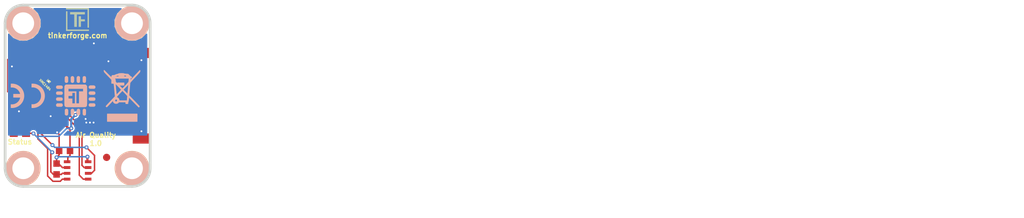
<source format=kicad_pcb>
(kicad_pcb (version 20211014) (generator pcbnew)
  (title_block (title "VOC Bricklet") (date "2017-11-13") (rev "1.0") (company "Tinkerforge GmbH") (comment 1 "Licensed under CERN OHL v.1.1") (comment 2 "Copyright (©) 2017, L.Lauer <lukas@tinkerforge.com>"))
  (layers (0 "F.Cu" signal) (31 "B.Cu" signal) (34 "B.Paste" user) (35 "F.Paste" user) (36 "B.SilkS" user "B.Silkscreen") (37 "F.SilkS" user "F.Silkscreen") (38 "B.Mask" user) (39 "F.Mask" user) (44 "Edge.Cuts" user))
  (net 0 "")
  (net 1 "GND")
  (net 2 "VCC")
  (net 3 "Net-(D101-Pad2)")
  (net 4 "Net-(P101-Pad4)")
  (net 5 "Net-(P101-Pad5)")
  (net 6 "Net-(P101-Pad6)")
  (net 7 "Net-(C102-Pad2)")
  (net 8 "Net-(R101-Pad1)")
  (net 9 "S-MISO")
  (net 10 "S-CS")
  (net 11 "S-CLK")
  (net 12 "S-MOSI")
  (net 13 "Net-(P102-Pad1)")
  (net 14 "Net-(P103-Pad2)")
  (net 15 "M-CS")
  (net 16 "M-MOSI")
  (net 17 "M-CLK")
  (net 18 "M-MISO")
  (net 19 "+5V")
  (net 20 "Net-(U2-Pad1)")
  (net 21 "Net-(U2-Pad2)")
  (net 22 "Net-(U2-Pad4)")
  (net 23 "Net-(U2-Pad5)")
  (net 24 "Net-(U2-Pad6)")
  (net 25 "Net-(U2-Pad8)")
  (net 26 "Net-(U2-Pad9)")
  (net 27 "Net-(U2-Pad10)")
  (net 28 "Net-(U2-Pad11)")
  (net 29 "Net-(U2-Pad12)")
  (net 30 "Net-(U2-Pad14)")
  (net 31 "Net-(U2-Pad15)")
  (net 32 "Net-(U2-Pad16)")
  (net 33 "Net-(U2-Pad20)")
  (net 34 "Net-(U2-Pad21)")
  (net 35 "Net-(U2-Pad22)")
  (net 36 "Net-(U2-Pad23)")
  (net 37 "Net-(U2-Pad24)")
  (net 38 "Net-(U2-Pad25)")
  (net 39 "Net-(U2-Pad26)")
  (net 40 "Net-(U2-Pad28)")
  (net 41 "Net-(U2-Pad29)")
  (net 42 "Net-(U2-Pad30)")
  (net 43 "Net-(U2-Pad31)")
  (net 44 "Net-(U2-Pad32)")
  (net 45 "Net-(U2-Pad34)")
  (net 46 "Net-(U2-Pad41)")
  (net 47 "Net-(U2-Pad42)")
  (net 48 "Net-(U2-Pad43)")
  (net 49 "Net-(U2-Pad47)")
  (net 50 "Net-(U2-Pad48)")
  (footprint "kicad-libraries:Logo_31x31" (layer "F.Cu") (at 143.5 128.9)
    (fp_text reference "G***" hide)
    (fp_text value "Logo_31x31" hide)
  )
  (footprint "kicad-libraries:DEBUG_PAD" (layer "F.Cu") (at 143.62 133.93 -90)
    (fp_text reference "P102")
    (fp_text value "DEBUG")
    (pad "1" smd circle locked (at 0 0 270) (size 0.7 0.7) (layers "F.Cu" "F.Paste" "F.Mask") (net 13 "Net-(P102-Pad1)"))
  )
  (footprint "kicad-libraries:SolderJumper" (layer "F.Cu") (at 146.6 134.53 -135)
    (fp_text reference "P103")
    (fp_text value "BOOT")
    (pad "1" smd rect locked (at -0.225 -0.55 225) (size 0.95 0.3) (layers "F.Cu" "F.Mask") (net 1 "GND"))
    (pad "1" smd rect locked (at -0.225 0.55 225) (size 0.95 0.3) (layers "F.Cu" "F.Mask") (net 1 "GND"))
    (pad "1" smd rect locked (at -0.499999 0 225) (size 0.4 1.4) (layers "F.Cu" "F.Mask") (net 1 "GND"))
    (pad "2" smd rect locked (at 0.15 0 225) (size 0.6 0.5) (layers "F.Cu" "F.Mask") (net 14 "Net-(P103-Pad2)"))
    (pad "2" smd rect locked (at 0.55 0 225) (size 0.3 1.4) (layers "F.Cu" "F.Mask") (net 14 "Net-(P103-Pad2)"))
  )
  (footprint "kicad-libraries:Fiducial_Mark" (layer "F.Cu") (at 149.1 149.5)
    (fp_text reference "Fiducial_Mark" hide)
    (fp_text value "VAL**" hide)
    (pad "1" smd circle locked (at 0 0) (size 1.00076 1.00076) (layers "F.Cu" "F.Paste" "F.Mask") (clearance 0.65024))
  )
  (footprint "kicad-libraries:Fiducial_Mark" (layer "F.Cu") (at 153.6 137.5)
    (fp_text reference "Fiducial_Mark" hide)
    (fp_text value "VAL**" hide)
    (pad "1" smd circle locked (at 0 0) (size 1.00076 1.00076) (layers "F.Cu" "F.Paste" "F.Mask") (clearance 0.65024))
  )
  (footprint "kicad-libraries:BME680" (layer "F.Cu") (at 145.1 151.3 -90)
    (fp_text reference "U1")
    (fp_text value "BME680")
    (pad "1" smd rect locked (at -1.2 -1.45 270) (size 0.4 0.9) (layers "F.Cu" "F.Paste" "F.Mask") (net 1 "GND"))
    (pad "2" smd rect locked (at -0.4 -1.45 270) (size 0.4 0.9) (layers "F.Cu" "F.Paste" "F.Mask") (net 15 "M-CS"))
    (pad "3" smd rect locked (at 0.4 -1.45 270) (size 0.4 0.9) (layers "F.Cu" "F.Paste" "F.Mask") (net 16 "M-MOSI"))
    (pad "4" smd rect locked (at 1.2 -1.45 270) (size 0.4 0.9) (layers "F.Cu" "F.Paste" "F.Mask") (net 17 "M-CLK"))
    (pad "5" smd rect locked (at 1.2 1.45 270) (size 0.4 0.9) (layers "F.Cu" "F.Paste" "F.Mask") (net 18 "M-MISO"))
    (pad "6" smd rect locked (at 0.4 1.45 270) (size 0.4 0.9) (layers "F.Cu" "F.Paste" "F.Mask") (net 2 "VCC"))
    (pad "7" smd rect locked (at -0.4 1.45 270) (size 0.4 0.9) (layers "F.Cu" "F.Paste" "F.Mask") (net 1 "GND"))
    (pad "8" smd rect locked (at -1.2 1.45 270) (size 0.4 0.9) (layers "F.Cu" "F.Paste" "F.Mask") (net 2 "VCC"))
  )
  (footprint "kicad-libraries:QFN48-EP2" (layer "F.Cu") (at 141.1 139 135)
    (fp_text reference "U2" (at 0 0 135) (layer "F.SilkS") (effects (font (size 0.29972 0.29972) (thickness 0.0762))))
    (fp_text value "XMC1404" (at 0 -0.7 135) (layer "F.SilkS") (effects (font (size 0.29972 0.29972) (thickness 0.07493))))
    (pad "1" smd rect locked (at -2.74828 3.61188 315) (size 0.29972 1.14808) (layers "F.Cu" "F.Paste" "F.Mask") (net 20 "Net-(U2-Pad1)"))
    (pad "2" smd rect locked (at -2.2479 3.61188 315) (size 0.29972 1.14808) (layers "F.Cu" "F.Paste" "F.Mask") (net 21 "Net-(U2-Pad2)"))
    (pad "3" smd rect locked (at -1.74752 3.61188 315) (size 0.29972 1.14808) (layers "F.Cu" "F.Paste" "F.Mask") (net 9 "S-MISO"))
    (pad "4" smd rect locked (at -1.24968 3.61188 315) (size 0.29972 1.14808) (layers "F.Cu" "F.Paste" "F.Mask") (net 22 "Net-(U2-Pad4)"))
    (pad "5" smd rect locked (at -0.7493 3.61188 315) (size 0.29972 1.14808) (layers "F.Cu" "F.Paste" "F.Mask") (net 23 "Net-(U2-Pad5)"))
    (pad "6" smd rect locked (at -0.24892 3.61188 315) (size 0.29972 1.14808) (layers "F.Cu" "F.Paste" "F.Mask") (net 24 "Net-(U2-Pad6)"))
    (pad "7" smd rect locked (at 0.24892 3.61188 315) (size 0.29972 1.14808) (layers "F.Cu" "F.Paste" "F.Mask") (net 14 "Net-(P103-Pad2)"))
    (pad "8" smd rect locked (at 0.7493 3.61188 315) (size 0.29972 1.14808) (layers "F.Cu" "F.Paste" "F.Mask") (net 25 "Net-(U2-Pad8)"))
    (pad "9" smd rect locked (at 1.24968 3.61188 315) (size 0.29972 1.14808) (layers "F.Cu" "F.Paste" "F.Mask") (net 26 "Net-(U2-Pad9)"))
    (pad "10" smd rect locked (at 1.74752 3.61188 315) (size 0.29972 1.14808) (layers "F.Cu" "F.Paste" "F.Mask") (net 27 "Net-(U2-Pad10)"))
    (pad "11" smd rect locked (at 2.2479 3.61188 315) (size 0.29972 1.14808) (layers "F.Cu" "F.Paste" "F.Mask") (net 28 "Net-(U2-Pad11)"))
    (pad "12" smd rect locked (at 2.74828 3.61188 315) (size 0.29972 1.14808) (layers "F.Cu" "F.Paste" "F.Mask") (net 29 "Net-(U2-Pad12)"))
    (pad "13" smd rect locked (at 3.61188 2.74828 45) (size 0.29972 1.14808) (layers "F.Cu" "F.Paste" "F.Mask") (net 13 "Net-(P102-Pad1)"))
    (pad "14" smd rect locked (at 3.61188 2.2479 45) (size 0.29972 1.14808) (layers "F.Cu" "F.Paste" "F.Mask") (net 30 "Net-(U2-Pad14)"))
    (pad "15" smd rect locked (at 3.61188 1.74752 45) (size 0.29972 1.14808) (layers "F.Cu" "F.Paste" "F.Mask") (net 31 "Net-(U2-Pad15)"))
    (pad "16" smd rect locked (at 3.61188 1.24968 45) (size 0.29972 1.14808) (layers "F.Cu" "F.Paste" "F.Mask") (net 32 "Net-(U2-Pad16)"))
    (pad "17" smd rect locked (at 3.61188 0.7493 45) (size 0.29972 1.14808) (layers "F.Cu" "F.Paste" "F.Mask") (net 1 "GND"))
    (pad "18" smd rect locked (at 3.61188 0.24892 45) (size 0.29972 1.14808) (layers "F.Cu" "F.Paste" "F.Mask") (net 2 "VCC"))
    (pad "19" smd rect locked (at 3.61188 -0.24892 45) (size 0.29972 1.14808) (layers "F.Cu" "F.Paste" "F.Mask") (net 2 "VCC"))
    (pad "20" smd rect locked (at 3.61188 -0.7493 45) (size 0.29972 1.14808) (layers "F.Cu" "F.Paste" "F.Mask") (net 33 "Net-(U2-Pad20)"))
    (pad "21" smd rect locked (at 3.61188 -1.24968 45) (size 0.29972 1.14808) (layers "F.Cu" "F.Paste" "F.Mask") (net 34 "Net-(U2-Pad21)"))
    (pad "22" smd rect locked (at 3.61188 -1.74752 45) (size 0.29972 1.14808) (layers "F.Cu" "F.Paste" "F.Mask") (net 35 "Net-(U2-Pad22)"))
    (pad "23" smd rect locked (at 3.61188 -2.2479 45) (size 0.29972 1.14808) (layers "F.Cu" "F.Paste" "F.Mask") (net 36 "Net-(U2-Pad23)"))
    (pad "24" smd rect locked (at 3.61188 -2.74828 45) (size 0.29972 1.14808) (layers "F.Cu" "F.Paste" "F.Mask") (net 37 "Net-(U2-Pad24)"))
    (pad "25" smd rect locked (at 2.74828 -3.61188 135) (size 0.29972 1.14808) (layers "F.Cu" "F.Paste" "F.Mask") (net 38 "Net-(U2-Pad25)"))
    (pad "26" smd rect locked (at 2.2479 -3.61188 135) (size 0.29972 1.14808) (layers "F.Cu" "F.Paste" "F.Mask") (net 39 "Net-(U2-Pad26)"))
    (pad "27" smd rect locked (at 1.74752 -3.61188 135) (size 0.29972 1.14808) (layers "F.Cu" "F.Paste" "F.Mask") (net 2 "VCC"))
    (pad "28" smd rect locked (at 1.24968 -3.61188 135) (size 0.29972 1.14808) (layers "F.Cu" "F.Paste" "F.Mask") (net 40 "Net-(U2-Pad28)"))
    (pad "29" smd rect locked (at 0.7493 -3.61188 135) (size 0.29972 1.14808) (layers "F.Cu" "F.Paste" "F.Mask") (net 41 "Net-(U2-Pad29)"))
    (pad "30" smd rect locked (at 0.24892 -3.61188 135) (size 0.29972 1.14808) (layers "F.Cu" "F.Paste" "F.Mask") (net 42 "Net-(U2-Pad30)"))
    (pad "31" smd rect locked (at -0.24892 -3.61188 135) (size 0.29972 1.14808) (layers "F.Cu" "F.Paste" "F.Mask") (net 43 "Net-(U2-Pad31)"))
    (pad "32" smd rect locked (at -0.7493 -3.61188 135) (size 0.29972 1.14808) (layers "F.Cu" "F.Paste" "F.Mask") (net 44 "Net-(U2-Pad32)"))
    (pad "33" smd rect locked (at -1.24968 -3.61188 135) (size 0.29972 1.14808) (layers "F.Cu" "F.Paste" "F.Mask") (net 8 "Net-(R101-Pad1)"))
    (pad "34" smd rect locked (at -1.74752 -3.61188 135) (size 0.29972 1.14808) (layers "F.Cu" "F.Paste" "F.Mask") (net 45 "Net-(U2-Pad34)"))
    (pad "35" smd rect locked (at -2.2479 -3.61188 135) (size 0.29972 1.14808) (layers "F.Cu" "F.Paste" "F.Mask") (net 18 "M-MISO"))
    (pad "36" smd rect locked (at -2.74828 -3.61188 135) (size 0.29972 1.14808) (layers "F.Cu" "F.Paste" "F.Mask") (net 16 "M-MOSI"))
    (pad "37" smd rect locked (at -3.60934 -2.74828 225) (size 0.29972 1.15062) (layers "F.Cu" "F.Paste" "F.Mask") (net 1 "GND"))
    (pad "38" smd rect locked (at -3.61188 -2.2479 225) (size 0.29972 1.14808) (layers "F.Cu" "F.Paste" "F.Mask") (net 2 "VCC"))
    (pad "39" smd rect locked (at -3.61188 -1.74752 225) (size 0.29972 1.14808) (layers "F.Cu" "F.Paste" "F.Mask") (net 17 "M-CLK"))
    (pad "40" smd rect locked (at -3.61188 -1.24968 225) (size 0.29972 1.14808) (layers "F.Cu" "F.Paste" "F.Mask") (net 15 "M-CS"))
    (pad "41" smd rect locked (at -3.61188 -0.7493 225) (size 0.29972 1.14808) (layers "F.Cu" "F.Paste" "F.Mask") (net 46 "Net-(U2-Pad41)"))
    (pad "42" smd rect locked (at -3.61188 -0.24892 225) (size 0.29972 1.14808) (layers "F.Cu" "F.Paste" "F.Mask") (net 47 "Net-(U2-Pad42)"))
    (pad "43" smd rect locked (at -3.61188 0.24892 225) (size 0.29972 1.14808) (layers "F.Cu" "F.Paste" "F.Mask") (net 48 "Net-(U2-Pad43)"))
    (pad "44" smd rect locked (at -3.61188 0.7493 225) (size 0.29972 1.14808) (layers "F.Cu" "F.Paste" "F.Mask") (net 10 "S-CS"))
    (pad "45" smd rect locked (at -3.61188 1.24968 225) (size 0.29972 1.14808) (layers "F.Cu" "F.Paste" "F.Mask") (net 11 "S-CLK"))
    (pad "46" smd rect locked (at -3.61188 1.74752 225) (size 0.29972 1.14808) (layers "F.Cu" "F.Paste" "F.Mask") (net 12 "S-MOSI"))
    (pad "47" smd rect locked (at -3.61188 2.2479 225) (size 0.29972 1.14808) (layers "F.Cu" "F.Paste" "F.Mask") (net 49 "Net-(U2-Pad47)"))
    (pad "48" smd rect locked (at -3.61188 2.74828 225) (size 0.29972 1.14808) (layers "F.Cu" "F.Paste" "F.Mask") (net 50 "Net-(U2-Pad48)"))
    (pad "EP" smd rect locked (at 0 0 135) (size 3.5 3.5) (layers "F.Cu" "F.Paste" "F.Mask") (net 1 "GND"))
  )
  (footprint "kicad-libraries:C0603F" (layer "F.Cu") (at 142.2 151.1 90)
    (fp_text reference "C1")
    (fp_text value "100nF")
    (pad "1" smd rect locked (at -0.75 0 90) (size 0.9 0.9) (layers "F.Cu" "F.Paste" "F.Mask") (net 2 "VCC"))
    (pad "2" smd rect locked (at 0.75 0 90) (size 0.9 0.9) (layers "F.Cu" "F.Paste" "F.Mask") (net 1 "GND"))
  )
  (footprint "kicad-libraries:C0603F" (layer "F.Cu") (at 137 142.1 -45)
    (fp_text reference "C2")
    (fp_text value "100nF")
    (pad "1" smd rect locked (at -0.75 0 315) (size 0.9 0.9) (layers "F.Cu" "F.Paste" "F.Mask") (net 2 "VCC"))
    (pad "2" smd rect locked (at 0.75 0 315) (size 0.9 0.9) (layers "F.Cu" "F.Paste" "F.Mask") (net 1 "GND"))
  )
  (footprint "kicad-libraries:C0603F" (layer "F.Cu") (at 137.1 135.9 -135)
    (fp_text reference "C3")
    (fp_text value "100nF")
    (pad "1" smd rect locked (at -0.75 0 225) (size 0.9 0.9) (layers "F.Cu" "F.Paste" "F.Mask") (net 2 "VCC"))
    (pad "2" smd rect locked (at 0.75 0 225) (size 0.9 0.9) (layers "F.Cu" "F.Paste" "F.Mask") (net 1 "GND"))
  )
  (footprint "kicad-libraries:C0805" (layer "F.Cu") (at 148.5 143.4 90)
    (fp_text reference "C101")
    (fp_text value "10uF")
    (pad "1" smd rect locked (at -1.00076 0 90) (size 1.00076 1.24968) (layers "F.Cu" "F.Paste" "F.Mask") (net 1 "GND") (clearance 0.14986))
    (pad "2" smd rect locked (at 1.00076 0 90) (size 1.00076 1.24968) (layers "F.Cu" "F.Paste" "F.Mask") (net 2 "VCC") (clearance 0.14986))
  )
  (footprint "kicad-libraries:C0402F" (layer "F.Cu") (at 148.7 136.75 -90)
    (fp_text reference "C102")
    (fp_text value "220pF")
    (pad "1" smd rect locked (at -0.5 0 270) (size 0.6 0.7) (layers "F.Cu" "F.Paste" "F.Mask") (net 1 "GND"))
    (pad "2" smd rect locked (at 0.5 0 270) (size 0.6 0.7) (layers "F.Cu" "F.Paste" "F.Mask") (net 7 "Net-(C102-Pad2)"))
  )
  (footprint "kicad-libraries:C0603F" (layer "F.Cu") (at 147 143.2 90)
    (fp_text reference "C103")
    (fp_text value "1uF")
    (pad "1" smd rect locked (at -0.75 0 90) (size 0.9 0.9) (layers "F.Cu" "F.Paste" "F.Mask") (net 1 "GND"))
    (pad "2" smd rect locked (at 0.75 0 90) (size 0.9 0.9) (layers "F.Cu" "F.Paste" "F.Mask") (net 2 "VCC"))
  )
  (footprint "kicad-libraries:C0603F" (layer "F.Cu") (at 142.27 144.98 -135)
    (fp_text reference "C104")
    (fp_text value "100nF")
    (pad "1" smd rect locked (at -0.75 0 225) (size 0.9 0.9) (layers "F.Cu" "F.Paste" "F.Mask") (net 2 "VCC"))
    (pad "2" smd rect locked (at 0.75 0 225) (size 0.9 0.9) (layers "F.Cu" "F.Paste" "F.Mask") (net 1 "GND"))
  )
  (footprint "kicad-libraries:C0603F" (layer "F.Cu") (at 143.3 148.6 180)
    (fp_text reference "C105")
    (fp_text value "100nF")
    (pad "1" smd rect locked (at -0.75 0 180) (size 0.9 0.9) (layers "F.Cu" "F.Paste" "F.Mask") (net 2 "VCC"))
    (pad "2" smd rect locked (at 0.75 0 180) (size 0.9 0.9) (layers "F.Cu" "F.Paste" "F.Mask") (net 1 "GND"))
  )
  (footprint "kicad-libraries:D0603E" (layer "F.Cu") (at 137.14 146.18 180)
    (fp_text reference "D101")
    (fp_text value "blue")
    (pad "1" smd rect locked (at -0.8501 0 180) (size 1.1 1) (layers "F.Cu" "F.Paste" "F.Mask") (net 2 "VCC"))
    (pad "2" smd rect locked (at 0.8501 0 180) (size 1.1 1) (layers "F.Cu" "F.Paste" "F.Mask") (net 3 "Net-(D101-Pad2)"))
  )
  (footprint "kicad-libraries:CON-SENSOR2" (layer "F.Cu") (at 155.1 141 90)
    (fp_text reference "P101")
    (fp_text value "CON-SENSOR2")
    (pad "1" smd rect locked (at -3.75 -4.6 90) (size 0.6 1.8) (layers "F.Cu" "F.Paste" "F.Mask") (net 19 "+5V"))
    (pad "2" smd rect locked (at -2.5 -4.6 90) (size 0.6 1.8) (layers "F.Cu" "F.Paste" "F.Mask") (net 1 "GND"))
    (pad "3" smd rect locked (at -1.25 -4.6 90) (size 0.6 1.8) (layers "F.Cu" "F.Paste" "F.Mask") (net 2 "VCC"))
    (pad "4" smd rect locked (at 0 -4.6 90) (size 0.6 1.8) (layers "F.Cu" "F.Paste" "F.Mask") (net 4 "Net-(P101-Pad4)"))
    (pad "5" smd rect locked (at 1.25 -4.6 90) (size 0.6 1.8) (layers "F.Cu" "F.Paste" "F.Mask") (net 5 "Net-(P101-Pad5)"))
    (pad "6" smd rect locked (at 2.5 -4.6 90) (size 0.6 1.8) (layers "F.Cu" "F.Paste" "F.Mask") (net 6 "Net-(P101-Pad6)"))
    (pad "7" smd rect locked (at 3.75 -4.6 90) (size 0.6 1.8) (layers "F.Cu" "F.Paste" "F.Mask") (net 7 "Net-(C102-Pad2)"))
    (pad "EP" smd rect locked (at 5.9 -1.2 90) (size 1.4 2.4) (layers "F.Cu" "F.Paste" "F.Mask") (net 1 "GND"))
    (pad "EP" smd rect locked (at -5.9 -1.2 90) (size 1.4 2.4) (layers "F.Cu" "F.Paste" "F.Mask") (net 1 "GND"))
  )
  (footprint "kicad-libraries:R0603F" (layer "F.Cu") (at 137.14 144.83 180)
    (fp_text reference "R101")
    (fp_text value "1k")
    (pad "1" smd rect locked (at -0.75 0 180) (size 0.9 0.9) (layers "F.Cu" "F.Paste" "F.Mask") (net 8 "Net-(R101-Pad1)"))
    (pad "2" smd rect locked (at 0.75 0 180) (size 0.9 0.9) (layers "F.Cu" "F.Paste" "F.Mask") (net 3 "Net-(D101-Pad2)"))
  )
  (footprint "kicad-libraries:4X0402" (layer "F.Cu") (at 148.19 139.42 90)
    (fp_text reference "RP101")
    (fp_text value "82")
    (pad "1" smd rect locked (at -0.7493 0.575 270) (size 0.29972 0.65) (layers "F.Cu" "F.Paste" "F.Mask") (net 4 "Net-(P101-Pad4)"))
    (pad "2" smd rect locked (at -0.24892 0.575 270) (size 0.29972 0.65) (layers "F.Cu" "F.Paste" "F.Mask") (net 5 "Net-(P101-Pad5)"))
    (pad "3" smd rect locked (at 0.24892 0.575 270) (size 0.29972 0.65) (layers "F.Cu" "F.Paste" "F.Mask") (net 6 "Net-(P101-Pad6)"))
    (pad "4" smd rect locked (at 0.7493 0.575 270) (size 0.29972 0.65) (layers "F.Cu" "F.Paste" "F.Mask") (net 7 "Net-(C102-Pad2)"))
    (pad "5" smd rect locked (at 0.7493 -0.575 90) (size 0.29972 0.65) (layers "F.Cu" "F.Paste" "F.Mask") (net 9 "S-MISO"))
    (pad "6" smd rect locked (at 0.24892 -0.575 90) (size 0.29972 0.65) (layers "F.Cu" "F.Paste" "F.Mask") (net 12 "S-MOSI"))
    (pad "7" smd rect locked (at -0.24892 -0.575 90) (size 0.29972 0.65) (layers "F.Cu" "F.Paste" "F.Mask") (net 11 "S-CLK"))
    (pad "8" smd rect locked (at -0.7493 -0.575 90) (size 0.29972 0.65) (layers "F.Cu" "F.Paste" "F.Mask") (net 10 "S-CS"))
  )
  (footprint "kicad-libraries:DRILL_NP" (layer "F.Cu") (at 152.6 131)
    (fp_text reference "U103" hide)
    (fp_text value "DRILL" hide)
    (pad "" np_thru_hole circle locked (at 0 0) (size 2.99974 2.99974) (drill 2.99974) (layers *.Cu *.Mask "F.SilkS") (clearance 0.89916))
  )
  (footprint "kicad-libraries:DRILL_NP" (layer "F.Cu") (at 152.6 151)
    (fp_text reference "U104" hide)
    (fp_text value "DRILL" hide)
    (pad "" np_thru_hole circle locked (at 0 0) (size 2.99974 2.99974) (drill 2.99974) (layers *.Cu *.Mask "F.SilkS") (clearance 0.89916))
  )
  (footprint "kicad-libraries:DRILL_NP" (layer "F.Cu") (at 137.6 131)
    (fp_text reference "U105" hide)
    (fp_text value "DRILL" hide)
    (pad "" np_thru_hole circle locked (at 0 0) (size 2.99974 2.99974) (drill 2.99974) (layers *.Cu *.Mask "F.SilkS") (clearance 0.89916))
  )
  (footprint "kicad-libraries:DRILL_NP" (layer "F.Cu") (at 137.6 151)
    (fp_text reference "U106" hide)
    (fp_text value "DRILL" hide)
    (pad "" np_thru_hole circle locked (at 0 0) (size 2.99974 2.99974) (drill 2.99974) (layers *.Cu *.Mask "F.SilkS") (clearance 0.89916))
  )
  (footprint "kicad-libraries:Logo_CoMCU" (layer "B.Cu") (at 144.84 141.01 180)
    (fp_text reference "G***" hide)
    (fp_text value "LOGO" hide)
  )
  (footprint "kicad-libraries:WEEE_7mm" (layer "B.Cu") (at 151.24 141.01 180)
    (fp_text reference "G***" hide)
    (fp_text value "LOGO" hide)
  )
  (footprint "kicad-libraries:CE_5mm" (layer "B.Cu") (at 138.19 141.01 180)
    (fp_text reference "VAL" hide)
    (fp_text value "CE_5mm" hide)
  )
  (gr_arc (start 135.1 131) (mid 135.832233 129.232233) (end 137.6 128.5) (layer "Edge.Cuts") (width 0.381))
  (gr_arc (start 155.1 151) (mid 154.367767 152.767767) (end 152.6 153.5) (layer "Edge.Cuts") (width 0.381))
  (gr_line (start 137.6 128.5) (end 152.6 128.5) (layer "Edge.Cuts") (width 0.381))
  (gr_arc (start 152.6 128.5) (mid 154.367767 129.232233) (end 155.1 131) (layer "Edge.Cuts") (width 0.381))
  (gr_line (start 137.6 153.5) (end 152.6 153.5) (layer "Edge.Cuts") (width 0.381))
  (gr_arc (start 137.6 153.5) (mid 135.832233 152.767767) (end 135.1 151) (layer "Edge.Cuts") (width 0.381))
  (gr_line (start 155.1 151) (end 155.1 131) (layer "Edge.Cuts") (width 0.381))
  (gr_line (start 135.1 151) (end 135.1 131) (layer "Edge.Cuts") (width 0.381))
  (gr_text "Air Quality\n1.0" (at 147.6 147) (layer "F.SilkS") (effects (font (size 0.7 0.7))))
  (gr_text "tinkerforge.com" (at 145.1 132.7) (layer "F.SilkS") (effects (font (size 0.7 0.7))))
  (gr_text "Status" (at 137.14 147.36) (layer "F.SilkS") (effects (font (size 0.7 0.7))))
  (segment (start 147 144.4) (end 147.3 144.7) (width 0.55) (layer "F.Cu") (net 1))
  (segment (start 147 144.5) (end 146.8 144.7) (width 0.55) (layer "F.Cu") (net 1))
  (segment (start 146.95 143.95) (end 146.3 144.6) (width 0.55) (layer "F.Cu") (net 1))
  (segment (start 146.3 144.6) (end 146.3 144.7) (width 0.55) (layer "F.Cu") (net 1))
  (segment (start 146.45 143.95) (end 146.2 144.2) (width 0.55) (layer "F.Cu") (net 1))
  (segment (start 149.9 143.5) (end 148.99924 144.40076) (width 0.5) (layer "F.Cu") (net 1))
  (segment (start 148.99924 144.40076) (end 148.5 144.40076) (width 0.5) (layer "F.Cu") (net 1))
  (segment (start 147.90076 144.40076) (end 147.45 143.95) (width 0.55) (layer "F.Cu") (net 1))
  (segment (start 147.45 143.95) (end 147 143.95) (width 0.5) (layer "F.Cu") (net 1))
  (segment (start 141.546447 140.1) (end 141.5 140.1) (width 0.25) (layer "F.Cu") (net 1))
  (segment (start 139.07618 135.91618) (end 141.1 137.94) (width 0.2) (layer "F.Cu") (net 1))
  (segment (start 141.1 137.94) (end 141.1 139) (width 0.2) (layer "F.Cu") (net 1))
  (segment (start 141.704484 143.495516) (end 141.38 143.82) (width 0.2) (layer "F.Cu") (net 1))
  (segment (start 137.52967 142.63033) (end 137.01 143.15) (width 0.55) (layer "F.Cu") (net 1))
  (segment (start 142.27 146.04) (end 141.74033 145.51033) (width 0.55) (layer "F.Cu") (net 1))
  (segment (start 146.438008 133.981992) (end 146.61 133.81) (width 0.2) (layer "F.Cu") (net 1))
  (segment (start 146.61 133.81) (end 146.61 133.86) (width 0.2) (layer "F.Cu") (net 1))
  (segment (start 146.61 133.86) (end 146.93 134.18) (width 0.2) (layer "F.Cu") (net 1))
  (segment (start 146.93 134.18) (end 146.953553 134.176447) (width 0.2) (layer "F.Cu") (net 1))
  (segment (start 146.953553 134.183553) (end 147.27 134.5) (width 0.2) (layer "F.Cu") (net 1))
  (segment (start 147.27 134.5) (end 147.27 134.65) (width 0.2) (layer "F.Cu") (net 1))
  (segment (start 147.27 134.65) (end 147.05 134.87) (width 0.2) (layer "F.Cu") (net 1))
  (segment (start 147.05 134.87) (end 147.148008 134.75981) (width 0.2) (layer "F.Cu") (net 1))
  (segment (start 146.953553 134.166447) (end 147.34 133.78) (width 0.3) (layer "F.Cu") (net 1))
  (segment (start 142.55 149.15) (end 142.2 149.5) (width 0.2) (layer "F.Cu") (net 1))
  (segment (start 142.2 149.5) (end 142.2 150.35) (width 0.2) (layer "F.Cu") (net 1))
  (segment (start 142.55 146.32) (end 142.27 146.04) (width 0.2) (layer "F.Cu") (net 1))
  (segment (start 143 150.9) (end 142.45 150.35) (width 0.2) (layer "F.Cu") (net 1))
  (segment (start 142.45 150.35) (end 142.2 150.35) (width 0.2) (layer "F.Cu") (net 1))
  (segment (start 142.55 148.6) (end 142.55 146.32) (width 0.2) (layer "F.Cu") (net 1))
  (segment (start 136.56967 136.43033) (end 136.04 136.96) (width 0.55) (layer "F.Cu") (net 1))
  (segment (start 146.45 150.1) (end 146.45 149.41) (width 0.3) (layer "F.Cu") (net 1))
  (segment (start 141.73967 145.51033) (end 141.74033 145.51033) (width 0.55) (layer "F.Cu") (net 1))
  (segment (start 150.5 143.5) (end 149.9 143.5) (width 0.5) (layer "F.Cu") (net 1))
  (segment (start 147 143.95) (end 147 144.5) (width 0.55) (layer "F.Cu") (net 1))
  (segment (start 147 143.95) (end 146.45 143.95) (width 0.55) (layer "F.Cu") (net 1))
  (segment (start 147 143.95) (end 147 144.4) (width 0.55) (layer "F.Cu") (net 1))
  (segment (start 141.708861 143.495516) (end 141.704484 143.495516) (width 0.2) (layer "F.Cu") (net 1))
  (segment (start 153.9 135.1) (end 153.9 136.1) (width 0.55) (layer "F.Cu") (net 1))
  (segment (start 148.5 144.40076) (end 147.90076 144.40076) (width 0.5) (layer "F.Cu") (net 1))
  (segment (start 146.953553 134.176447) (end 146.953553 134.166447) (width 0.3) (layer "F.Cu") (net 1))
  (segment (start 139.07585 135.91618) (end 139.07618 135.91618) (width 0.2) (layer "F.Cu") (net 1))
  (segment (start 146.37019 133.981992) (end 146.438008 133.981992) (width 0.2) (layer "F.Cu") (net 1))
  (segment (start 146.953553 134.176447) (end 146.953553 134.183553) (width 0.2) (layer "F.Cu") (net 1))
  (segment (start 153.9 146.9) (end 153.9 145.9) (width 0.55) (layer "F.Cu") (net 1))
  (segment (start 143.65 150.9) (end 143 150.9) (width 0.2) (layer "F.Cu") (net 1))
  (segment (start 148.7 136.25) (end 149.35 136.25) (width 0.55) (layer "F.Cu") (net 1))
  (segment (start 143.75 150.9) (end 143.5 150.9) (width 0.2) (layer "F.Cu") (net 1))
  (segment (start 137.53033 142.63033) (end 137.52967 142.63033) (width 0.55) (layer "F.Cu") (net 1))
  (segment (start 147 143.95) (end 146.95 143.95) (width 0.5) (layer "F.Cu") (net 1))
  (segment (start 142.55 148.6) (end 142.55 149.15) (width 0.2) (layer "F.Cu") (net 1))
  (via (at 147.3 144.7) (size 0.55) (drill 0.25) (layers "F.Cu" "B.Cu") (net 1))
  (via (at 142.2 149.5) (size 0.55) (drill 0.25) (layers "F.Cu" "B.Cu") (net 1))
  (via (at 153.9 136.1) (size 0.55) (drill 0.25) (layers "F.Cu" "B.Cu") (net 1))
  (via (at 153.9 145.9) (size 0.55) (drill 0.25) (layers "F.Cu" "B.Cu") (net 1))
  (via (at 146.45 149.41) (size 0.55) (drill 0.25) (layers "F.Cu" "B.Cu") (net 1))
  (via (at 147.34 133.78) (size 0.55) (drill 0.25) (layers "F.Cu" "B.Cu") (net 1))
  (via (at 141.1 139) (size 0.55) (drill 0.25) (layers "F.Cu" "B.Cu") (net 1))
  (via (at 146.8 144.7) (size 0.55) (drill 0.25) (layers "F.Cu" "B.Cu") (net 1))
  (via (at 149.35 136.25) (size 0.55) (drill 0.25) (layers "F.Cu" "B.Cu") (net 1))
  (via (at 136.04 136.96) (size 0.55) (drill 0.25) (layers "F.Cu" "B.Cu") (net 1))
  (via (at 146.2 144.2) (size 0.55) (drill 0.25) (layers "F.Cu" "B.Cu") (net 1))
  (via (at 146.3 144.7) (size 0.55) (drill 0.25) (layers "F.Cu" "B.Cu") (net 1))
  (via (at 142.27 146.04) (size 0.55) (drill 0.25) (layers "F.Cu" "B.Cu") (net 1))
  (via (at 141.38 143.82) (size 0.55) (drill 0.25) (layers "F.Cu" "B.Cu") (net 1))
  (via (at 137.01 143.15) (size 0.55) (drill 0.25) (layers "F.Cu" "B.Cu") (net 1))
  (segment (start 142.29 149.41) (end 142.2 149.5) (width 0.2) (layer "B.Cu") (net 1))
  (segment (start 142.29 149.41) (end 146.45 149.41) (width 0.2) (layer "B.Cu") (net 1))
  (segment (start 149.45 142.25) (end 149.30076 142.39924) (width 0.5) (layer "F.Cu") (net 2))
  (segment (start 149.30076 142.39924) (end 148.5 142.39924) (width 0.5) (layer "F.Cu") (net 2))
  (segment (start 147.05076 142.39924) (end 147 142.45) (width 0.5) (layer "F.Cu") (net 2))
  (segment (start 137.821696 135.36967) (end 138.722028 136.270002) (width 0.2) (layer "F.Cu") (net 2))
  (segment (start 137.63033 135.67033) (end 137.88 135.92) (width 0.2) (layer "F.Cu") (net 2))
  (segment (start 137.88 135.92) (end 137.88 136.132026) (width 0.2) (layer "F.Cu") (net 2))
  (segment (start 137.88 136.132026) (end 138.370002 136.622028) (width 0.2) (layer "F.Cu") (net 2))
  (segment (start 137.291698 140.318302) (end 136.81 140.8) (width 0.2) (layer "F.Cu") (net 2))
  (segment (start 136.81 140.8) (end 136.81 141.22934) (width 0.2) (layer "F.Cu") (net 2))
  (segment (start 136.81 141.22934) (end 136.46967 141.56967) (width 0.2) (layer "F.Cu") (net 2))
  (segment (start 142.06448 143.15448) (end 142.51 143.6) (width 0.2) (layer "F.Cu") (net 2))
  (segment (start 142.51 143.6) (end 142.51 143.92) (width 0.2) (layer "F.Cu") (net 2))
  (segment (start 142.51 143.92) (end 142.80033 144.21033) (width 0.2) (layer "F.Cu") (net 2))
  (segment (start 142.80033 144.21033) (end 142.80033 144.44967) (width 0.2) (layer "F.Cu") (net 2))
  (segment (start 136.46967 141.58033) (end 136.05 142) (width 0.2) (layer "F.Cu") (net 2))
  (segment (start 136.05 142) (end 136.05 143.04) (width 0.2) (layer "F.Cu") (net 2))
  (segment (start 136.05 143.04) (end 137.13 144.12) (width 0.2) (layer "F.Cu") (net 2))
  (segment (start 137.13 144.12) (end 137.13 145.96) (width 0.2) (layer "F.Cu") (net 2))
  (segment (start 137.13 145.96) (end 137.35 146.18) (width 0.2) (layer "F.Cu") (net 2))
  (segment (start 137.35 146.18) (end 137.9901 146.18) (width 0.2) (layer "F.Cu") (net 2))
  (segment (start 136.46967 141.41967) (end 135.48 140.43) (width 0.2) (layer "F.Cu") (net 2))
  (segment (start 135.48 140.43) (end 135.48 136.02) (width 0.2) (layer "F.Cu") (net 2))
  (segment (start 135.48 136.02) (end 136.55 134.95) (width 0.2) (layer "F.Cu") (net 2))
  (segment (start 136.55 134.95) (end 137.21066 134.95) (width 0.2) (layer "F.Cu") (net 2))
  (segment (start 137.21066 134.95) (end 137.63033 135.36967) (width 0.2) (layer "F.Cu") (net 2))
  (segment (start 146 142.45) (end 144.81 143.64) (width 0.3) (layer "F.Cu") (net 2))
  (segment (start 142.80033 144.45033) (end 143.84 145.49) (width 0.3) (layer "F.Cu") (net 2))
  (segment (start 143.84 145.49) (end 144.22 145.49) (width 0.3) (layer "F.Cu") (net 2))
  (segment (start 143.75 149.55) (end 144.05 149.25) (width 0.2) (layer "F.Cu") (net 2))
  (segment (start 144.05 149.25) (end 144.05 148.6) (width 0.2) (layer "F.Cu") (net 2))
  (segment (start 143 151.7) (end 142.85 151.85) (width 0.2) (layer "F.Cu") (net 2))
  (segment (start 142.85 151.85) (end 142.2 151.85) (width 0.2) (layer "F.Cu") (net 2))
  (segment (start 144.05 145.66) (end 144.22 145.49) (width 0.2) (layer "F.Cu") (net 2))
  (segment (start 139 146.2) (end 138.98 146.18) (width 0.2) (layer "F.Cu") (net 2))
  (segment (start 138.98 146.18) (end 137.9901 146.18) (width 0.2) (layer "F.Cu") (net 2))
  (segment (start 141.760002 151.85) (end 141.410002 151.5) (width 0.2) (layer "F.Cu") (net 2))
  (segment (start 141.410002 151.5) (end 141.410002 148.989998) (width 0.2) (layer "F.Cu") (net 2))
  (segment (start 141.410002 148.989998) (end 141.6 148.8) (width 0.2) (layer "F.Cu") (net 2))
  (segment (start 136.46967 141.56967) (end 136.46967 141.58033) (width 0.2) (layer "F.Cu") (net 2))
  (segment (start 143.75 150.1) (end 143.75 149.55) (width 0.2) (layer "F.Cu") (net 2))
  (segment (start 142.2 151.85) (end 141.760002 151.85) (width 0.2) (layer "F.Cu") (net 2))
  (segment (start 148.5 142.39924) (end 147.05076 142.39924) (width 0.55) (layer "F.Cu") (net 2))
  (segment (start 143.75 151.7) (end 143 151.7) (width 0.2) (layer "F.Cu") (net 2))
  (segment (start 150.5 142.25) (end 149.45 142.25) (width 0.5) (layer "F.Cu") (net 2))
  (segment (start 137.63033 135.36967) (end 137.63033 135.67033) (width 0.2) (layer "F.Cu") (net 2))
  (segment (start 142.06448 143.14349) (end 142.06448 143.15448) (width 0.2) (layer "F.Cu") (net 2))
  (segment (start 142.80033 144.44967) (end 142.80033 144.45033) (width 0.3) (layer "F.Cu") (net 2))
  (segment (start 137.63033 135.36967) (end 137.821696 135.36967) (width 0.2) (layer "F.Cu") (net 2))
  (segment (start 136.46967 141.56967) (end 136.46967 141.41967) (width 0.2) (layer "F.Cu") (net 2))
  (segment (start 147 142.45) (end 146 142.45) (width 0.3) (layer "F.Cu") (net 2))
  (segment (start 144.05 148.6) (end 144.05 145.66) (width 0.2) (layer "F.Cu") (net 2))
  (segment (start 137.310332 140.318302) (end 137.291698 140.318302) (width 0.2) (layer "F.Cu") (net 2))
  (via (at 139 146.2) (size 0.55) (drill 0.25) (layers "F.Cu" "B.Cu") (net 2))
  (via (at 141.6 148.8) (size 0.55) (drill 0.25) (layers "F.Cu" "B.Cu") (net 2))
  (via (at 144.81 143.64) (size 0.55) (drill 0.25) (layers "F.Cu" "B.Cu") (net 2))
  (via (at 144.22 145.49) (size 0.55) (drill 0.25) (layers "F.Cu" "B.Cu") (net 2))
  (segment (start 144.81 143.64) (end 144.22 144.23) (width 0.3) (layer "B.Cu") (net 2))
  (segment (start 144.22 144.23) (end 144.22 145.49) (width 0.3) (layer "B.Cu") (net 2))
  (segment (start 143.61 145.49) (end 142.5 146.6) (width 0.2) (layer "B.Cu") (net 2))
  (segment (start 142.5 146.6) (end 139.4 146.6) (width 0.2) (layer "B.Cu") (net 2))
  (segment (start 139.4 146.6) (end 139 146.2) (width 0.2) (layer "B.Cu") (net 2))
  (segment (start 141.6 148.8) (end 139.4 146.6) (width 0.2) (layer "B.Cu") (net 2))
  (segment (start 144.22 145.49) (end 143.61 145.49) (width 0.2) (layer "B.Cu") (net 2))
  (segment (start 136.39 146.0799) (end 136.2899 146.18) (width 0.2) (layer "F.Cu") (net 3))
  (segment (start 136.39 144.83) (end 136.39 146.0799) (width 0.2) (layer "F.Cu") (net 3))
  (segment (start 149.2793 140.1693) (end 149.45 140.34) (width 0.2) (layer "F.Cu") (net 4))
  (segment (start 149.45 140.34) (end 149.45 140.89) (width 0.2) (layer "F.Cu") (net 4))
  (segment (start 149.45 140.89) (end 149.56 141) (width 0.2) (layer "F.Cu") (net 4))
  (segment (start 149.56 141) (end 150.5 141) (width 0.2) (layer "F.Cu") (net 4))
  (segment (start 148.765 140.1693) (end 149.2793 140.1693) (width 0.2) (layer "F.Cu") (net 4))
  (segment (start 149.5 139.75) (end 149.41892 139.66892) (width 0.2) (layer "F.Cu") (net 5))
  (segment (start 149.41892 139.66892) (end 148.765 139.66892) (width 0.2) (layer "F.Cu") (net 5))
  (segment (start 150.5 139.75) (end 149.5 139.75) (width 0.2) (layer "F.Cu") (net 5))
  (segment (start 149.23892 139.17108) (end 149.4 139.01) (width 0.2) (layer "F.Cu") (net 6))
  (segment (start 149.4 139.01) (end 149.4 138.64) (width 0.2) (layer "F.Cu") (net 6))
  (segment (start 149.4 138.64) (end 149.54 138.5) (width 0.2) (layer "F.Cu") (net 6))
  (segment (start 149.54 138.5) (end 150.5 138.5) (width 0.2) (layer "F.Cu") (net 6))
  (segment (start 150.5 138.5) (end 149.97 138.5) (width 0.2) (layer "F.Cu") (net 6))
  (segment (start 148.765 139.17108) (end 149.23892 139.17108) (width 0.2) (layer "F.Cu") (net 6))
  (segment (start 148.7 138.6057) (end 148.765 138.6707) (width 0.2) (layer "F.Cu") (net 7))
  (segment (start 148.7 138.6057) (end 148.765 138.6707) (width 0.2) (layer "F.Cu") (net 7))
  (segment (start 150.5 137.25) (end 148.7 137.25) (width 0.2) (layer "F.Cu") (net 7))
  (segment (start 148.7 137.25) (end 148.7 138.6057) (width 0.2) (layer "F.Cu") (net 7))
  (segment (start 137.89 143.977314) (end 139.429672 142.437642) (width 0.2) (layer "F.Cu") (net 8))
  (segment (start 137.89 144.83) (end 137.89 143.977314) (width 0.2) (layer "F.Cu") (net 8))
  (segment (start 144.889668 137.660332) (end 145.4 137.15) (width 0.2) (layer "F.Cu") (net 9))
  (segment (start 145.4 137.15) (end 145.81 137.15) (width 0.2) (layer "F.Cu") (net 9))
  (segment (start 145.81 137.15) (end 146.64 137.98) (width 0.2) (layer "F.Cu") (net 9))
  (segment (start 146.64 137.98) (end 146.64 138.37) (width 0.2) (layer "F.Cu") (net 9))
  (segment (start 146.64 138.37) (end 146.9407 138.6707) (width 0.2) (layer "F.Cu") (net 9))
  (segment (start 146.9407 138.6707) (end 147.615 138.6707) (width 0.2) (layer "F.Cu") (net 9))
  (segment (start 144.889668 137.681698) (end 144.889668 137.660332) (width 0.2) (layer "F.Cu") (net 9))
  (segment (start 144.889668 137.681698) (end 144.889668 137.680332) (width 0.2) (layer "F.Cu") (net 9))
  (segment (start 147.315678 140.1693) (end 145.894978 141.59) (width 0.2) (layer "F.Cu") (net 10))
  (segment (start 145.894978 141.59) (end 144.74967 141.59) (width 0.2) (layer "F.Cu") (net 10))
  (segment (start 144.74967 141.59) (end 144.18382 141.02415) (width 0.2) (layer "F.Cu") (net 10))
  (segment (start 147.615 140.1693) (end 147.315678 140.1693) (width 0.2) (layer "F.Cu") (net 10))
  (segment (start 146.971082 139.66892) (end 146.85 139.790002) (width 0.2) (layer "F.Cu") (net 11))
  (segment (start 146.85 139.790002) (end 146.85 140.14) (width 0.2) (layer "F.Cu") (net 11))
  (segment (start 146.85 140.14) (end 145.76 141.23) (width 0.2) (layer "F.Cu") (net 11))
  (segment (start 145.76 141.23) (end 145.097314 141.23) (width 0.2) (layer "F.Cu") (net 11))
  (segment (start 145.097314 141.23) (end 144.537642 140.670328) (width 0.2) (layer "F.Cu") (net 11))
  (segment (start 147.615 139.66892) (end 146.971082 139.66892) (width 0.2) (layer "F.Cu") (net 11))
  (segment (start 144.889668 140.319668) (end 145.37 140.8) (width 0.2) (layer "F.Cu") (net 12))
  (segment (start 145.37 140.8) (end 145.67 140.8) (width 0.2) (layer "F.Cu") (net 12))
  (segment (start 145.67 140.8) (end 146.46 140.01) (width 0.2) (layer "F.Cu") (net 12))
  (segment (start 146.46 140.01) (end 146.46 139.55) (width 0.2) (layer "F.Cu") (net 12))
  (segment (start 146.46 139.55) (end 146.83892 139.17108) (width 0.2) (layer "F.Cu") (net 12))
  (segment (start 146.83892 139.17108) (end 147.615 139.17108) (width 0.2) (layer "F.Cu") (net 12))
  (segment (start 144.889668 140.318302) (end 144.889668 140.319668) (width 0.2) (layer "F.Cu") (net 12))
  (segment (start 140.489343 134.490657) (end 141.38 133.6) (width 0.2) (layer "F.Cu") (net 13))
  (segment (start 141.38 133.6) (end 143.29 133.6) (width 0.2) (layer "F.Cu") (net 13))
  (segment (start 143.29 133.6) (end 143.62 133.93) (width 0.2) (layer "F.Cu") (net 13))
  (segment (start 140.489343 134.502688) (end 140.489343 134.490657) (width 0.2) (layer "F.Cu") (net 13))
  (segment (start 143.477972 136.262028) (end 144.42 135.32) (width 0.2) (layer "F.Cu") (net 14))
  (segment (start 144.42 135.32) (end 145.81 135.32) (width 0.2) (layer "F.Cu") (net 14))
  (segment (start 145.81 135.32) (end 146.493934 134.636066) (width 0.2) (layer "F.Cu") (net 14))
  (segment (start 143.477972 136.270002) (end 143.477972 136.262028) (width 0.2) (layer "F.Cu") (net 14))
  (segment (start 146.493934 134.636066) (end 146.211091 134.918909) (width 0.2) (layer "F.Cu") (net 14))
  (segment (start 142.770328 142.470328) (end 145.7 145.4) (width 0.2) (layer "F.Cu") (net 15))
  (segment (start 145.7 145.4) (end 145.7 150.6) (width 0.2) (layer "F.Cu") (net 15))
  (segment (start 145.7 150.6) (end 146 150.9) (width 0.2) (layer "F.Cu") (net 15))
  (segment (start 146 150.9) (end 146.45 150.9) (width 0.2) (layer "F.Cu") (net 15))
  (segment (start 142.770328 142.437642) (end 142.770328 142.470328) (width 0.2) (layer "F.Cu") (net 15))
  (segment (start 140.489343 143.510659) (end 139.980002 144.02) (width 0.2) (layer "F.Cu") (net 16))
  (segment (start 139.980002 144.02) (end 139.980002 146.160002) (width 0.2) (layer "F.Cu") (net 16))
  (segment (start 139.980002 146.160002) (end 141.63 147.81) (width 0.2) (layer "F.Cu") (net 16))
  (segment (start 146.32 148.12) (end 147.43 149.23) (width 0.2) (layer "F.Cu") (net 16))
  (segment (start 147.43 149.23) (end 147.43 151.28) (width 0.2) (layer "F.Cu") (net 16))
  (segment (start 147.43 151.28) (end 147.01 151.7) (width 0.2) (layer "F.Cu") (net 16))
  (segment (start 147.01 151.7) (end 146.45 151.7) (width 0.2) (layer "F.Cu") (net 16))
  (segment (start 140.489343 143.497312) (end 140.48269 143.497312) (width 0.2) (layer "F.Cu") (net 16))
  (segment (start 140.489343 143.497312) (end 140.489343 143.510659) (width 0.2) (layer "F.Cu") (net 16))
  (segment (start 140.489343 143.497312) (end 140.489343 143.500659) (width 0.2) (layer "F.Cu") (net 16))
  (segment (start 140.489343 143.497312) (end 140.482688 143.497312) (width 0.2) (layer "F.Cu") (net 16))
  (via (at 141.63 147.81) (size 0.55) (drill 0.25) (layers "F.Cu" "B.Cu") (net 16))
  (via (at 146.32 148.12) (size 0.55) (drill 0.25) (layers "F.Cu" "B.Cu") (net 16))
  (segment (start 141.63 147.81) (end 141.94 148.12) (width 0.2) (layer "B.Cu") (net 16))
  (segment (start 141.94 148.12) (end 146.32 148.12) (width 0.2) (layer "B.Cu") (net 16))
  (segment (start 142.419668 142.789668) (end 145.33 145.7) (width 0.2) (layer "F.Cu") (net 17))
  (segment (start 145.33 145.7) (end 145.33 151.95) (width 0.2) (layer "F.Cu") (net 17))
  (segment (start 145.33 151.95) (end 145.88 152.5) (width 0.2) (layer "F.Cu") (net 17))
  (segment (start 145.88 152.5) (end 146.45 152.5) (width 0.2) (layer "F.Cu") (net 17))
  (segment (start 142.418302 142.789668) (end 142.419668 142.789668) (width 0.2) (layer "F.Cu") (net 17))
  (segment (start 140.13552 143.14448) (end 139.63 143.65) (width 0.2) (layer "F.Cu") (net 18))
  (segment (start 139.63 143.65) (end 139.63 146.96) (width 0.2) (layer "F.Cu") (net 18))
  (segment (start 139.63 146.96) (end 140.96 148.29) (width 0.2) (layer "F.Cu") (net 18))
  (segment (start 143 152.5) (end 142.7 152.8) (width 0.2) (layer "F.Cu") (net 18))
  (segment (start 142.7 152.8) (end 141.7 152.8) (width 0.2) (layer "F.Cu") (net 18))
  (segment (start 141.7 152.8) (end 140.96 152.06) (width 0.2) (layer "F.Cu") (net 18))
  (segment (start 140.96 152.06) (end 140.96 148.29) (width 0.2) (layer "F.Cu") (net 18))
  (segment (start 143.75 152.5) (end 143 152.5) (width 0.2) (layer "F.Cu") (net 18))
  (segment (start 140.13552 143.14349) (end 140.13552 143.14448) (width 0.2) (layer "F.Cu") (net 18))
  (zone (net 1) (net_name "GND") (layer "B.Cu") (connect_pads yes (clearance 0.2)) (min_thickness 0.2) (fill yes (thermal_gap 0.21) (thermal_bridge_width 0.21))
    (polygon (pts (xy 155.1 146.5) (xy 135.1 146.5) (xy 135.1 128.5) (xy 155.1 128.5)))
  )
)
</source>
